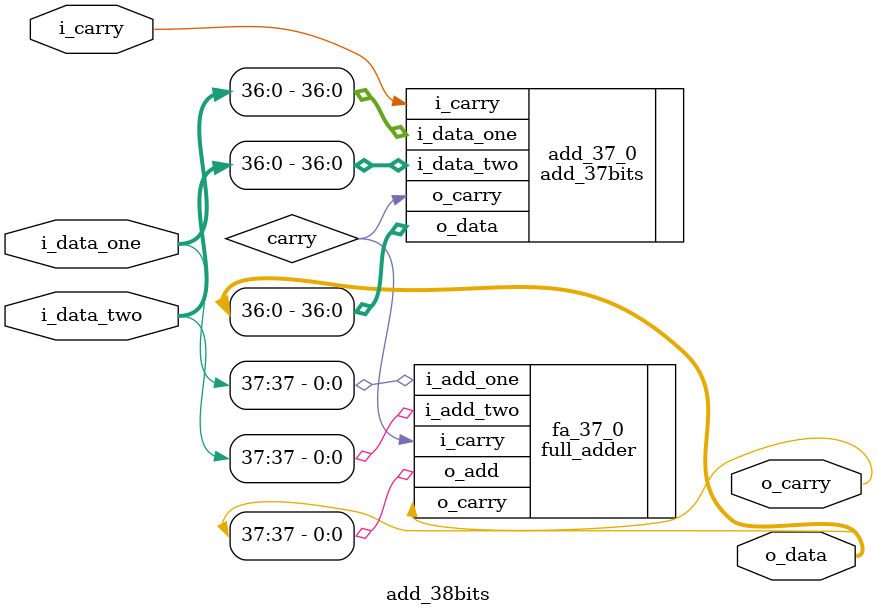
<source format=sv>
module add_38bits(
  input logic  [37:0] i_data_one,
  input logic  [37:0] i_data_two,
  input logic         i_carry,
  
  output logic [37:0] o_data,
  output logic        o_carry
);

  logic carry;

  add_37bits add_37_0(
    .i_data_one (i_data_one[36:0]),
    .i_data_two (i_data_two[36:0]),
    .i_carry    (i_carry),
    .o_data     (o_data[36:0]),
    .o_carry    (carry)
  );
  
  full_adder fa_37_0(
    .i_add_one (i_data_one[37]),
    .i_add_two (i_data_two[37]),
    .i_carry   (carry),
    .o_add     (o_data[37]),
    .o_carry   (o_carry)
  );

endmodule
</source>
